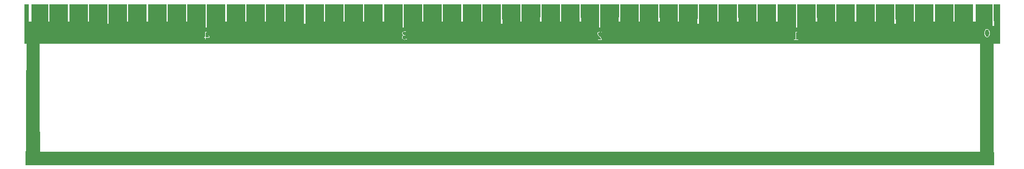
<source format=gbr>
G04 #@! TF.FileFunction,Copper,L2,Bot,Signal*
%FSLAX46Y46*%
G04 Gerber Fmt 4.6, Leading zero omitted, Abs format (unit mm)*
G04 Created by KiCad (PCBNEW 4.0.7-e2-6376~58~ubuntu16.04.1) date Fri Apr  6 20:48:23 2018*
%MOMM*%
%LPD*%
G01*
G04 APERTURE LIST*
%ADD10C,0.100000*%
%ADD11C,0.010000*%
G04 APERTURE END LIST*
D10*
D11*
G36*
X80475667Y14732000D02*
X80475667Y11303000D01*
X80731534Y11303000D01*
X80720017Y13017515D01*
X80708500Y14732029D01*
X81163583Y14732015D01*
X81618667Y14732000D01*
X81618667Y8636000D01*
X80602667Y8636000D01*
X80602667Y105833D01*
X80602876Y-1043039D01*
X80603506Y-2109568D01*
X80604553Y-3093577D01*
X80606019Y-3994892D01*
X80607901Y-4813337D01*
X80610198Y-5548738D01*
X80612911Y-6200920D01*
X80616038Y-6769707D01*
X80619578Y-7254925D01*
X80623531Y-7656399D01*
X80627895Y-7973953D01*
X80632669Y-8207414D01*
X80637853Y-8356605D01*
X80643447Y-8421351D01*
X80645000Y-8424333D01*
X80659551Y-8466003D01*
X80671219Y-8588442D01*
X80679844Y-8787800D01*
X80685265Y-9060222D01*
X80687319Y-9401857D01*
X80687333Y-9435804D01*
X80686749Y-9758142D01*
X80684568Y-10005736D01*
X80680152Y-10188502D01*
X80672859Y-10316356D01*
X80662049Y-10399215D01*
X80647082Y-10446995D01*
X80627319Y-10469614D01*
X80620371Y-10472971D01*
X80560282Y-10479865D01*
X80428406Y-10485147D01*
X80237611Y-10488630D01*
X80000765Y-10490129D01*
X79730736Y-10489458D01*
X79572621Y-10488095D01*
X79497261Y-10487732D01*
X79338610Y-10487360D01*
X79098042Y-10486979D01*
X78776933Y-10486590D01*
X78376657Y-10486193D01*
X77898590Y-10485789D01*
X77344107Y-10485377D01*
X76714583Y-10484959D01*
X76011393Y-10484535D01*
X75235912Y-10484104D01*
X74389515Y-10483668D01*
X73473577Y-10483227D01*
X72489474Y-10482781D01*
X71438580Y-10482331D01*
X70322271Y-10481876D01*
X69141921Y-10481418D01*
X67898906Y-10480957D01*
X66594600Y-10480493D01*
X65230379Y-10480026D01*
X63807619Y-10479558D01*
X62327693Y-10479087D01*
X60791977Y-10478616D01*
X59201846Y-10478143D01*
X57558676Y-10477670D01*
X55863841Y-10477197D01*
X54118716Y-10476724D01*
X52324677Y-10476251D01*
X50483098Y-10475780D01*
X48595355Y-10475310D01*
X46662823Y-10474842D01*
X44686876Y-10474375D01*
X42668891Y-10473912D01*
X40610241Y-10473451D01*
X38512302Y-10472994D01*
X36376450Y-10472540D01*
X34204058Y-10472091D01*
X31996503Y-10471646D01*
X29755160Y-10471206D01*
X27481402Y-10470771D01*
X25176607Y-10470342D01*
X22842148Y-10469918D01*
X20479400Y-10469502D01*
X18089740Y-10469092D01*
X15674541Y-10468689D01*
X13235179Y-10468293D01*
X10773030Y-10467906D01*
X8289467Y-10467527D01*
X5785866Y-10467157D01*
X4116917Y-10466917D01*
X-70358000Y-10456309D01*
X-70358000Y-9443849D01*
X-70356492Y-9160210D01*
X-70352258Y-8906064D01*
X-70345731Y-8693218D01*
X-70337343Y-8533475D01*
X-70327528Y-8438640D01*
X-70320331Y-8417278D01*
X-70316180Y-8373989D01*
X-70311880Y-8249443D01*
X-70307458Y-8047048D01*
X-70302942Y-7770213D01*
X-70298360Y-7422348D01*
X-70293738Y-7006860D01*
X-70289104Y-6527160D01*
X-70284487Y-5986655D01*
X-70279913Y-5388756D01*
X-70275409Y-4736869D01*
X-70271005Y-4034406D01*
X-70266726Y-3284774D01*
X-70262601Y-2491382D01*
X-70258656Y-1657640D01*
X-70254921Y-786956D01*
X-70251424Y116417D01*
X-70220187Y8636000D01*
X-68241333Y8636000D01*
X-68241318Y6424083D01*
X-68241115Y6115190D01*
X-68240527Y5728702D01*
X-68239576Y5271694D01*
X-68238286Y4751237D01*
X-68236681Y4174402D01*
X-68234783Y3548264D01*
X-68232616Y2879893D01*
X-68230204Y2176362D01*
X-68227569Y1444743D01*
X-68224736Y692109D01*
X-68221727Y-74468D01*
X-68218566Y-847917D01*
X-68215276Y-1621164D01*
X-68213143Y-2106083D01*
X-68184983Y-8424333D01*
X78570667Y-8424333D01*
X78570667Y8636000D01*
X-68241333Y8636000D01*
X-70220187Y8636000D01*
X-70527333Y8636000D01*
X-70527333Y9567333D01*
X-42587333Y9567333D01*
X-42557399Y9496581D01*
X-42502667Y9482667D01*
X-42444313Y9466093D01*
X-42420768Y9401389D01*
X-42418000Y9334500D01*
X-42408529Y9232381D01*
X-42371556Y9191177D01*
X-42333333Y9186333D01*
X-42274979Y9202908D01*
X-42251434Y9267611D01*
X-42248667Y9334500D01*
X-42248667Y9482667D01*
X-41931167Y9482667D01*
X-41766082Y9485504D01*
X-41669111Y9496400D01*
X-41623822Y9518936D01*
X-41613667Y9551820D01*
X-41630508Y9598844D01*
X-11718051Y9598844D01*
X-11716289Y9457799D01*
X-11680667Y9349439D01*
X-11585903Y9252827D01*
X-11435086Y9184309D01*
X-11253820Y9149606D01*
X-11067708Y9154437D01*
X-10945923Y9185286D01*
X-10875942Y9228667D01*
X18753667Y9228667D01*
X18759477Y9190132D01*
X18787123Y9165463D01*
X18851931Y9151596D01*
X18969224Y9145466D01*
X19154328Y9144007D01*
X19177000Y9144000D01*
X19369357Y9144997D01*
X19492453Y9150184D01*
X19561691Y9162856D01*
X19592472Y9186306D01*
X19592477Y9186333D01*
X49445333Y9186333D01*
X49451699Y9146107D01*
X49481541Y9121112D01*
X49550973Y9107765D01*
X49676109Y9102487D01*
X49826333Y9101667D01*
X50007351Y9103082D01*
X50119832Y9109713D01*
X50179891Y9125142D01*
X50203644Y9152950D01*
X50207333Y9186333D01*
X50190759Y9244688D01*
X50126055Y9268233D01*
X50059167Y9271000D01*
X49911000Y9271000D01*
X49911000Y10196465D01*
X79166918Y10196465D01*
X79191643Y9968687D01*
X79258452Y9766368D01*
X79355392Y9625426D01*
X79470759Y9548457D01*
X79624339Y9525013D01*
X79629000Y9525000D01*
X79783997Y9547267D01*
X79899891Y9622731D01*
X79902608Y9625426D01*
X80008103Y9783139D01*
X80071786Y9987532D01*
X80093587Y10214626D01*
X80073440Y10440440D01*
X80011275Y10640996D01*
X79907023Y10792312D01*
X79905941Y10793333D01*
X79762439Y10875337D01*
X79594845Y10893795D01*
X79433787Y10849095D01*
X79347030Y10786273D01*
X79244435Y10629887D01*
X79184457Y10425075D01*
X79166918Y10196465D01*
X49911000Y10196465D01*
X49911000Y10288001D01*
X50080333Y10260923D01*
X50191006Y10249467D01*
X50240483Y10265595D01*
X50249667Y10300258D01*
X50240878Y10354370D01*
X50202409Y10389538D01*
X50116108Y10414445D01*
X49963822Y10437771D01*
X49961484Y10438081D01*
X49741667Y10467241D01*
X49741667Y9271000D01*
X49593500Y9271000D01*
X49491380Y9261529D01*
X49450176Y9224556D01*
X49445333Y9186333D01*
X19592477Y9186333D01*
X19600198Y9223829D01*
X19600333Y9234546D01*
X19570129Y9308627D01*
X19485052Y9428037D01*
X19353405Y9581734D01*
X19280313Y9660053D01*
X19136844Y9813455D01*
X19044397Y9923088D01*
X18993113Y10004021D01*
X18973131Y10071322D01*
X18973396Y10129103D01*
X19018049Y10257297D01*
X19102316Y10327895D01*
X19182542Y10364591D01*
X19257897Y10368706D01*
X19364080Y10339773D01*
X19409232Y10323879D01*
X19523998Y10284426D01*
X19580119Y10276698D01*
X19598579Y10303651D01*
X19600333Y10350809D01*
X19579165Y10423278D01*
X19507789Y10468985D01*
X19374399Y10492396D01*
X19211110Y10498089D01*
X19035521Y10471107D01*
X18895547Y10397353D01*
X18810083Y10289251D01*
X18793450Y10223500D01*
X18790540Y10104438D01*
X18811251Y10003192D01*
X18865465Y9900520D01*
X18963060Y9777182D01*
X19097715Y9630961D01*
X19399430Y9313333D01*
X19076548Y9313333D01*
X18912568Y9311397D01*
X18815811Y9302545D01*
X18768867Y9282210D01*
X18754324Y9245829D01*
X18753667Y9228667D01*
X-10875942Y9228667D01*
X-10865919Y9234880D01*
X-10837333Y9285467D01*
X-10854865Y9316340D01*
X-10917747Y9330171D01*
X-11041417Y9328969D01*
X-11129174Y9323481D01*
X-11284465Y9314461D01*
X-11378901Y9318957D01*
X-11435940Y9342762D01*
X-11479043Y9391669D01*
X-11493674Y9413492D01*
X-11542869Y9548189D01*
X-11517264Y9668937D01*
X-11426725Y9762255D01*
X-11281117Y9814665D01*
X-11195175Y9821333D01*
X-11111549Y9843771D01*
X-11091333Y9884833D01*
X-11128736Y9935527D01*
X-11208914Y9948333D01*
X-11351170Y9977610D01*
X-11460242Y10053616D01*
X-11512934Y10158620D01*
X-11514667Y10182078D01*
X-11478831Y10288080D01*
X-11371596Y10349053D01*
X-11193375Y10364819D01*
X-11102990Y10358500D01*
X-10971228Y10348235D01*
X-10904902Y10355245D01*
X-10885846Y10383431D01*
X-10887971Y10404690D01*
X-10939973Y10472498D01*
X-11049417Y10514162D01*
X-11193141Y10529457D01*
X-11347984Y10518159D01*
X-11490785Y10480041D01*
X-11598384Y10414878D01*
X-11601695Y10411639D01*
X-11674217Y10285360D01*
X-11681052Y10139337D01*
X-11624179Y10004717D01*
X-11572458Y9951406D01*
X-11506809Y9890044D01*
X-11513778Y9864798D01*
X-11527724Y9863667D01*
X-11616527Y9826126D01*
X-11682383Y9729736D01*
X-11718051Y9598844D01*
X-41630508Y9598844D01*
X-41635497Y9612773D01*
X-41694974Y9727986D01*
X-41783075Y9881076D01*
X-41890778Y10055661D01*
X-41893428Y10059820D01*
X-42013916Y10245765D01*
X-42101669Y10370816D01*
X-42167451Y10446719D01*
X-42222024Y10485218D01*
X-42276153Y10498058D01*
X-42295594Y10498667D01*
X-42418000Y10498667D01*
X-42418000Y10075333D01*
X-42419162Y9882659D01*
X-42424692Y9759316D01*
X-42437653Y9689980D01*
X-42461112Y9659328D01*
X-42498132Y9652035D01*
X-42502667Y9652000D01*
X-42573419Y9622066D01*
X-42587333Y9567333D01*
X-70527333Y9567333D01*
X-70527333Y14732000D01*
X-69934667Y14732000D01*
X-69934667Y11980333D01*
X-69426667Y11980333D01*
X-69426667Y14732000D01*
X-66844333Y14732000D01*
X-66844333Y11980333D01*
X-66590333Y11980333D01*
X-66590333Y14732000D01*
X-63796333Y14732000D01*
X-63796333Y11980333D01*
X-63500000Y11980333D01*
X-63500000Y14732000D01*
X-60706000Y14732000D01*
X-60706000Y11980333D01*
X-60452000Y11980333D01*
X-60452000Y14732000D01*
X-57658000Y14732000D01*
X-57658000Y11641667D01*
X-57361667Y11641667D01*
X-57361667Y14732000D01*
X-54567667Y14732000D01*
X-54567667Y11980333D01*
X-54313667Y11980333D01*
X-54313667Y14732000D01*
X-51519667Y14732000D01*
X-51519667Y11980333D01*
X-51223333Y11980333D01*
X-51223333Y14732000D01*
X-48429333Y14732000D01*
X-48429333Y11980333D01*
X-48175333Y11980333D01*
X-48175333Y14732000D01*
X-45381333Y14732000D01*
X-45381333Y11980333D01*
X-45085000Y11980333D01*
X-45085000Y14732000D01*
X-42291000Y14732000D01*
X-42291000Y11091333D01*
X-42037000Y11091333D01*
X-42037000Y14732000D01*
X-39243000Y14732000D01*
X-39243000Y11980333D01*
X-38946667Y11980333D01*
X-38946667Y14732000D01*
X-36152667Y14732000D01*
X-36152667Y11980333D01*
X-35898667Y11980333D01*
X-35898667Y14732000D01*
X-33104667Y14732000D01*
X-33104667Y11980333D01*
X-32808333Y11980333D01*
X-32808333Y14732000D01*
X-30014333Y14732000D01*
X-30014333Y11980333D01*
X-29760333Y11980333D01*
X-29760333Y14732000D01*
X-26966333Y14732000D01*
X-26966333Y11641667D01*
X-26670000Y11641667D01*
X-26670000Y14732000D01*
X-23876000Y14732000D01*
X-23876000Y11980333D01*
X-23622000Y11980333D01*
X-23622000Y14732000D01*
X-20828000Y14732000D01*
X-20828000Y11980333D01*
X-20531667Y11980333D01*
X-20531667Y14732000D01*
X-17737667Y14732000D01*
X-17737667Y11980333D01*
X-17483667Y11980333D01*
X-17483667Y14732000D01*
X-14689667Y14732000D01*
X-14689667Y11980333D01*
X-14393333Y11980333D01*
X-14393333Y14732000D01*
X-11599333Y14732000D01*
X-11599333Y11091333D01*
X-11345333Y11091333D01*
X-11345333Y14732000D01*
X-8551333Y14732000D01*
X-8551333Y11980333D01*
X-8255000Y11980333D01*
X-8255000Y14732000D01*
X-5461000Y14732000D01*
X-5461000Y11980333D01*
X-5207000Y11980333D01*
X-5207000Y14732000D01*
X-2413000Y14732000D01*
X-2413000Y11980333D01*
X-2116667Y11980333D01*
X-2116667Y14732000D01*
X677333Y14732000D01*
X677333Y11980333D01*
X931333Y11980333D01*
X931333Y14732000D01*
X2338917Y14732017D01*
X3746500Y14732035D01*
X3734892Y13186851D01*
X3723285Y11641667D01*
X4023715Y11641667D01*
X4012107Y13186851D01*
X4000500Y14732035D01*
X5408083Y14732017D01*
X6815667Y14732000D01*
X6815667Y11980333D01*
X7069667Y11980333D01*
X7069667Y14732000D01*
X9884833Y14732042D01*
X9873116Y13356188D01*
X9861399Y11980333D01*
X10162267Y11980333D01*
X10150550Y13356188D01*
X10138833Y14732042D01*
X11546417Y14732021D01*
X12954000Y14732000D01*
X12954000Y11980333D01*
X13208000Y11980333D01*
X13208000Y14732000D01*
X14615583Y14732021D01*
X16023167Y14732042D01*
X16011450Y13356188D01*
X15999733Y11980333D01*
X16300600Y11980333D01*
X16288883Y13356188D01*
X16277167Y14732042D01*
X19092333Y14732000D01*
X19092333Y11091333D01*
X19346333Y11091333D01*
X19346333Y14732000D01*
X20753917Y14732021D01*
X22161500Y14732042D01*
X22149783Y13356188D01*
X22138066Y11980333D01*
X22438934Y11980333D01*
X22427217Y13356188D01*
X22415500Y14732042D01*
X23823083Y14732021D01*
X25230667Y14732000D01*
X25230667Y11980333D01*
X25484667Y11980333D01*
X25484667Y14732000D01*
X28299833Y14732042D01*
X28288116Y13356188D01*
X28276399Y11980333D01*
X28577267Y11980333D01*
X28565550Y13356188D01*
X28553833Y14732042D01*
X29961417Y14732021D01*
X31369000Y14732000D01*
X31369000Y11980333D01*
X31623000Y11980333D01*
X31623000Y14732000D01*
X33030583Y14732017D01*
X34438167Y14732035D01*
X34426559Y13186851D01*
X34414952Y11641667D01*
X34715381Y11641667D01*
X34692167Y14732035D01*
X36099750Y14732017D01*
X37507333Y14732000D01*
X37507333Y11980333D01*
X37761333Y11980333D01*
X37761333Y14732000D01*
X40555333Y14732000D01*
X40555333Y11980333D01*
X40853934Y11980333D01*
X40842217Y13356188D01*
X40830500Y14732042D01*
X42238083Y14732021D01*
X43645667Y14732000D01*
X43645667Y11980333D01*
X43899667Y11980333D01*
X43899667Y14732000D01*
X46693667Y14732000D01*
X46693667Y11980333D01*
X46992267Y11980333D01*
X46980550Y13356188D01*
X46968833Y14732042D01*
X48376417Y14732021D01*
X49784000Y14732000D01*
X49784000Y11091333D01*
X50038000Y11091333D01*
X50038000Y14732000D01*
X52832000Y14732000D01*
X52832000Y11980333D01*
X53130600Y11980333D01*
X53118883Y13356188D01*
X53107167Y14732042D01*
X55922333Y14732000D01*
X55922333Y11980333D01*
X56176333Y11980333D01*
X56176333Y14732000D01*
X58970333Y14732000D01*
X58970333Y11980333D01*
X59268934Y11980333D01*
X59257217Y13356188D01*
X59245500Y14732042D01*
X60653083Y14732021D01*
X62060667Y14732000D01*
X62060667Y11980333D01*
X62314667Y11980333D01*
X62314667Y14732000D01*
X65108667Y14732000D01*
X65108667Y11641667D01*
X65407048Y11641667D01*
X65395441Y13186851D01*
X65383833Y14732035D01*
X66791417Y14732017D01*
X68199000Y14732000D01*
X68199000Y11980333D01*
X68453000Y11980333D01*
X68453000Y14732000D01*
X71247000Y14732000D01*
X71247000Y11980333D01*
X71545600Y11980333D01*
X71533883Y13356188D01*
X71522167Y14732042D01*
X74337333Y14732000D01*
X74337333Y11980333D01*
X74591333Y11980333D01*
X74591333Y14732000D01*
X77385333Y14732000D01*
X77385333Y11980333D01*
X77895600Y11980333D01*
X77883883Y13356188D01*
X77872167Y14732042D01*
X80475667Y14732000D01*
X80475667Y14732000D01*
G37*
X80475667Y14732000D02*
X80475667Y11303000D01*
X80731534Y11303000D01*
X80720017Y13017515D01*
X80708500Y14732029D01*
X81163583Y14732015D01*
X81618667Y14732000D01*
X81618667Y8636000D01*
X80602667Y8636000D01*
X80602667Y105833D01*
X80602876Y-1043039D01*
X80603506Y-2109568D01*
X80604553Y-3093577D01*
X80606019Y-3994892D01*
X80607901Y-4813337D01*
X80610198Y-5548738D01*
X80612911Y-6200920D01*
X80616038Y-6769707D01*
X80619578Y-7254925D01*
X80623531Y-7656399D01*
X80627895Y-7973953D01*
X80632669Y-8207414D01*
X80637853Y-8356605D01*
X80643447Y-8421351D01*
X80645000Y-8424333D01*
X80659551Y-8466003D01*
X80671219Y-8588442D01*
X80679844Y-8787800D01*
X80685265Y-9060222D01*
X80687319Y-9401857D01*
X80687333Y-9435804D01*
X80686749Y-9758142D01*
X80684568Y-10005736D01*
X80680152Y-10188502D01*
X80672859Y-10316356D01*
X80662049Y-10399215D01*
X80647082Y-10446995D01*
X80627319Y-10469614D01*
X80620371Y-10472971D01*
X80560282Y-10479865D01*
X80428406Y-10485147D01*
X80237611Y-10488630D01*
X80000765Y-10490129D01*
X79730736Y-10489458D01*
X79572621Y-10488095D01*
X79497261Y-10487732D01*
X79338610Y-10487360D01*
X79098042Y-10486979D01*
X78776933Y-10486590D01*
X78376657Y-10486193D01*
X77898590Y-10485789D01*
X77344107Y-10485377D01*
X76714583Y-10484959D01*
X76011393Y-10484535D01*
X75235912Y-10484104D01*
X74389515Y-10483668D01*
X73473577Y-10483227D01*
X72489474Y-10482781D01*
X71438580Y-10482331D01*
X70322271Y-10481876D01*
X69141921Y-10481418D01*
X67898906Y-10480957D01*
X66594600Y-10480493D01*
X65230379Y-10480026D01*
X63807619Y-10479558D01*
X62327693Y-10479087D01*
X60791977Y-10478616D01*
X59201846Y-10478143D01*
X57558676Y-10477670D01*
X55863841Y-10477197D01*
X54118716Y-10476724D01*
X52324677Y-10476251D01*
X50483098Y-10475780D01*
X48595355Y-10475310D01*
X46662823Y-10474842D01*
X44686876Y-10474375D01*
X42668891Y-10473912D01*
X40610241Y-10473451D01*
X38512302Y-10472994D01*
X36376450Y-10472540D01*
X34204058Y-10472091D01*
X31996503Y-10471646D01*
X29755160Y-10471206D01*
X27481402Y-10470771D01*
X25176607Y-10470342D01*
X22842148Y-10469918D01*
X20479400Y-10469502D01*
X18089740Y-10469092D01*
X15674541Y-10468689D01*
X13235179Y-10468293D01*
X10773030Y-10467906D01*
X8289467Y-10467527D01*
X5785866Y-10467157D01*
X4116917Y-10466917D01*
X-70358000Y-10456309D01*
X-70358000Y-9443849D01*
X-70356492Y-9160210D01*
X-70352258Y-8906064D01*
X-70345731Y-8693218D01*
X-70337343Y-8533475D01*
X-70327528Y-8438640D01*
X-70320331Y-8417278D01*
X-70316180Y-8373989D01*
X-70311880Y-8249443D01*
X-70307458Y-8047048D01*
X-70302942Y-7770213D01*
X-70298360Y-7422348D01*
X-70293738Y-7006860D01*
X-70289104Y-6527160D01*
X-70284487Y-5986655D01*
X-70279913Y-5388756D01*
X-70275409Y-4736869D01*
X-70271005Y-4034406D01*
X-70266726Y-3284774D01*
X-70262601Y-2491382D01*
X-70258656Y-1657640D01*
X-70254921Y-786956D01*
X-70251424Y116417D01*
X-70220187Y8636000D01*
X-68241333Y8636000D01*
X-68241318Y6424083D01*
X-68241115Y6115190D01*
X-68240527Y5728702D01*
X-68239576Y5271694D01*
X-68238286Y4751237D01*
X-68236681Y4174402D01*
X-68234783Y3548264D01*
X-68232616Y2879893D01*
X-68230204Y2176362D01*
X-68227569Y1444743D01*
X-68224736Y692109D01*
X-68221727Y-74468D01*
X-68218566Y-847917D01*
X-68215276Y-1621164D01*
X-68213143Y-2106083D01*
X-68184983Y-8424333D01*
X78570667Y-8424333D01*
X78570667Y8636000D01*
X-68241333Y8636000D01*
X-70220187Y8636000D01*
X-70527333Y8636000D01*
X-70527333Y9567333D01*
X-42587333Y9567333D01*
X-42557399Y9496581D01*
X-42502667Y9482667D01*
X-42444313Y9466093D01*
X-42420768Y9401389D01*
X-42418000Y9334500D01*
X-42408529Y9232381D01*
X-42371556Y9191177D01*
X-42333333Y9186333D01*
X-42274979Y9202908D01*
X-42251434Y9267611D01*
X-42248667Y9334500D01*
X-42248667Y9482667D01*
X-41931167Y9482667D01*
X-41766082Y9485504D01*
X-41669111Y9496400D01*
X-41623822Y9518936D01*
X-41613667Y9551820D01*
X-41630508Y9598844D01*
X-11718051Y9598844D01*
X-11716289Y9457799D01*
X-11680667Y9349439D01*
X-11585903Y9252827D01*
X-11435086Y9184309D01*
X-11253820Y9149606D01*
X-11067708Y9154437D01*
X-10945923Y9185286D01*
X-10875942Y9228667D01*
X18753667Y9228667D01*
X18759477Y9190132D01*
X18787123Y9165463D01*
X18851931Y9151596D01*
X18969224Y9145466D01*
X19154328Y9144007D01*
X19177000Y9144000D01*
X19369357Y9144997D01*
X19492453Y9150184D01*
X19561691Y9162856D01*
X19592472Y9186306D01*
X19592477Y9186333D01*
X49445333Y9186333D01*
X49451699Y9146107D01*
X49481541Y9121112D01*
X49550973Y9107765D01*
X49676109Y9102487D01*
X49826333Y9101667D01*
X50007351Y9103082D01*
X50119832Y9109713D01*
X50179891Y9125142D01*
X50203644Y9152950D01*
X50207333Y9186333D01*
X50190759Y9244688D01*
X50126055Y9268233D01*
X50059167Y9271000D01*
X49911000Y9271000D01*
X49911000Y10196465D01*
X79166918Y10196465D01*
X79191643Y9968687D01*
X79258452Y9766368D01*
X79355392Y9625426D01*
X79470759Y9548457D01*
X79624339Y9525013D01*
X79629000Y9525000D01*
X79783997Y9547267D01*
X79899891Y9622731D01*
X79902608Y9625426D01*
X80008103Y9783139D01*
X80071786Y9987532D01*
X80093587Y10214626D01*
X80073440Y10440440D01*
X80011275Y10640996D01*
X79907023Y10792312D01*
X79905941Y10793333D01*
X79762439Y10875337D01*
X79594845Y10893795D01*
X79433787Y10849095D01*
X79347030Y10786273D01*
X79244435Y10629887D01*
X79184457Y10425075D01*
X79166918Y10196465D01*
X49911000Y10196465D01*
X49911000Y10288001D01*
X50080333Y10260923D01*
X50191006Y10249467D01*
X50240483Y10265595D01*
X50249667Y10300258D01*
X50240878Y10354370D01*
X50202409Y10389538D01*
X50116108Y10414445D01*
X49963822Y10437771D01*
X49961484Y10438081D01*
X49741667Y10467241D01*
X49741667Y9271000D01*
X49593500Y9271000D01*
X49491380Y9261529D01*
X49450176Y9224556D01*
X49445333Y9186333D01*
X19592477Y9186333D01*
X19600198Y9223829D01*
X19600333Y9234546D01*
X19570129Y9308627D01*
X19485052Y9428037D01*
X19353405Y9581734D01*
X19280313Y9660053D01*
X19136844Y9813455D01*
X19044397Y9923088D01*
X18993113Y10004021D01*
X18973131Y10071322D01*
X18973396Y10129103D01*
X19018049Y10257297D01*
X19102316Y10327895D01*
X19182542Y10364591D01*
X19257897Y10368706D01*
X19364080Y10339773D01*
X19409232Y10323879D01*
X19523998Y10284426D01*
X19580119Y10276698D01*
X19598579Y10303651D01*
X19600333Y10350809D01*
X19579165Y10423278D01*
X19507789Y10468985D01*
X19374399Y10492396D01*
X19211110Y10498089D01*
X19035521Y10471107D01*
X18895547Y10397353D01*
X18810083Y10289251D01*
X18793450Y10223500D01*
X18790540Y10104438D01*
X18811251Y10003192D01*
X18865465Y9900520D01*
X18963060Y9777182D01*
X19097715Y9630961D01*
X19399430Y9313333D01*
X19076548Y9313333D01*
X18912568Y9311397D01*
X18815811Y9302545D01*
X18768867Y9282210D01*
X18754324Y9245829D01*
X18753667Y9228667D01*
X-10875942Y9228667D01*
X-10865919Y9234880D01*
X-10837333Y9285467D01*
X-10854865Y9316340D01*
X-10917747Y9330171D01*
X-11041417Y9328969D01*
X-11129174Y9323481D01*
X-11284465Y9314461D01*
X-11378901Y9318957D01*
X-11435940Y9342762D01*
X-11479043Y9391669D01*
X-11493674Y9413492D01*
X-11542869Y9548189D01*
X-11517264Y9668937D01*
X-11426725Y9762255D01*
X-11281117Y9814665D01*
X-11195175Y9821333D01*
X-11111549Y9843771D01*
X-11091333Y9884833D01*
X-11128736Y9935527D01*
X-11208914Y9948333D01*
X-11351170Y9977610D01*
X-11460242Y10053616D01*
X-11512934Y10158620D01*
X-11514667Y10182078D01*
X-11478831Y10288080D01*
X-11371596Y10349053D01*
X-11193375Y10364819D01*
X-11102990Y10358500D01*
X-10971228Y10348235D01*
X-10904902Y10355245D01*
X-10885846Y10383431D01*
X-10887971Y10404690D01*
X-10939973Y10472498D01*
X-11049417Y10514162D01*
X-11193141Y10529457D01*
X-11347984Y10518159D01*
X-11490785Y10480041D01*
X-11598384Y10414878D01*
X-11601695Y10411639D01*
X-11674217Y10285360D01*
X-11681052Y10139337D01*
X-11624179Y10004717D01*
X-11572458Y9951406D01*
X-11506809Y9890044D01*
X-11513778Y9864798D01*
X-11527724Y9863667D01*
X-11616527Y9826126D01*
X-11682383Y9729736D01*
X-11718051Y9598844D01*
X-41630508Y9598844D01*
X-41635497Y9612773D01*
X-41694974Y9727986D01*
X-41783075Y9881076D01*
X-41890778Y10055661D01*
X-41893428Y10059820D01*
X-42013916Y10245765D01*
X-42101669Y10370816D01*
X-42167451Y10446719D01*
X-42222024Y10485218D01*
X-42276153Y10498058D01*
X-42295594Y10498667D01*
X-42418000Y10498667D01*
X-42418000Y10075333D01*
X-42419162Y9882659D01*
X-42424692Y9759316D01*
X-42437653Y9689980D01*
X-42461112Y9659328D01*
X-42498132Y9652035D01*
X-42502667Y9652000D01*
X-42573419Y9622066D01*
X-42587333Y9567333D01*
X-70527333Y9567333D01*
X-70527333Y14732000D01*
X-69934667Y14732000D01*
X-69934667Y11980333D01*
X-69426667Y11980333D01*
X-69426667Y14732000D01*
X-66844333Y14732000D01*
X-66844333Y11980333D01*
X-66590333Y11980333D01*
X-66590333Y14732000D01*
X-63796333Y14732000D01*
X-63796333Y11980333D01*
X-63500000Y11980333D01*
X-63500000Y14732000D01*
X-60706000Y14732000D01*
X-60706000Y11980333D01*
X-60452000Y11980333D01*
X-60452000Y14732000D01*
X-57658000Y14732000D01*
X-57658000Y11641667D01*
X-57361667Y11641667D01*
X-57361667Y14732000D01*
X-54567667Y14732000D01*
X-54567667Y11980333D01*
X-54313667Y11980333D01*
X-54313667Y14732000D01*
X-51519667Y14732000D01*
X-51519667Y11980333D01*
X-51223333Y11980333D01*
X-51223333Y14732000D01*
X-48429333Y14732000D01*
X-48429333Y11980333D01*
X-48175333Y11980333D01*
X-48175333Y14732000D01*
X-45381333Y14732000D01*
X-45381333Y11980333D01*
X-45085000Y11980333D01*
X-45085000Y14732000D01*
X-42291000Y14732000D01*
X-42291000Y11091333D01*
X-42037000Y11091333D01*
X-42037000Y14732000D01*
X-39243000Y14732000D01*
X-39243000Y11980333D01*
X-38946667Y11980333D01*
X-38946667Y14732000D01*
X-36152667Y14732000D01*
X-36152667Y11980333D01*
X-35898667Y11980333D01*
X-35898667Y14732000D01*
X-33104667Y14732000D01*
X-33104667Y11980333D01*
X-32808333Y11980333D01*
X-32808333Y14732000D01*
X-30014333Y14732000D01*
X-30014333Y11980333D01*
X-29760333Y11980333D01*
X-29760333Y14732000D01*
X-26966333Y14732000D01*
X-26966333Y11641667D01*
X-26670000Y11641667D01*
X-26670000Y14732000D01*
X-23876000Y14732000D01*
X-23876000Y11980333D01*
X-23622000Y11980333D01*
X-23622000Y14732000D01*
X-20828000Y14732000D01*
X-20828000Y11980333D01*
X-20531667Y11980333D01*
X-20531667Y14732000D01*
X-17737667Y14732000D01*
X-17737667Y11980333D01*
X-17483667Y11980333D01*
X-17483667Y14732000D01*
X-14689667Y14732000D01*
X-14689667Y11980333D01*
X-14393333Y11980333D01*
X-14393333Y14732000D01*
X-11599333Y14732000D01*
X-11599333Y11091333D01*
X-11345333Y11091333D01*
X-11345333Y14732000D01*
X-8551333Y14732000D01*
X-8551333Y11980333D01*
X-8255000Y11980333D01*
X-8255000Y14732000D01*
X-5461000Y14732000D01*
X-5461000Y11980333D01*
X-5207000Y11980333D01*
X-5207000Y14732000D01*
X-2413000Y14732000D01*
X-2413000Y11980333D01*
X-2116667Y11980333D01*
X-2116667Y14732000D01*
X677333Y14732000D01*
X677333Y11980333D01*
X931333Y11980333D01*
X931333Y14732000D01*
X2338917Y14732017D01*
X3746500Y14732035D01*
X3734892Y13186851D01*
X3723285Y11641667D01*
X4023715Y11641667D01*
X4012107Y13186851D01*
X4000500Y14732035D01*
X5408083Y14732017D01*
X6815667Y14732000D01*
X6815667Y11980333D01*
X7069667Y11980333D01*
X7069667Y14732000D01*
X9884833Y14732042D01*
X9873116Y13356188D01*
X9861399Y11980333D01*
X10162267Y11980333D01*
X10150550Y13356188D01*
X10138833Y14732042D01*
X11546417Y14732021D01*
X12954000Y14732000D01*
X12954000Y11980333D01*
X13208000Y11980333D01*
X13208000Y14732000D01*
X14615583Y14732021D01*
X16023167Y14732042D01*
X16011450Y13356188D01*
X15999733Y11980333D01*
X16300600Y11980333D01*
X16288883Y13356188D01*
X16277167Y14732042D01*
X19092333Y14732000D01*
X19092333Y11091333D01*
X19346333Y11091333D01*
X19346333Y14732000D01*
X20753917Y14732021D01*
X22161500Y14732042D01*
X22149783Y13356188D01*
X22138066Y11980333D01*
X22438934Y11980333D01*
X22427217Y13356188D01*
X22415500Y14732042D01*
X23823083Y14732021D01*
X25230667Y14732000D01*
X25230667Y11980333D01*
X25484667Y11980333D01*
X25484667Y14732000D01*
X28299833Y14732042D01*
X28288116Y13356188D01*
X28276399Y11980333D01*
X28577267Y11980333D01*
X28565550Y13356188D01*
X28553833Y14732042D01*
X29961417Y14732021D01*
X31369000Y14732000D01*
X31369000Y11980333D01*
X31623000Y11980333D01*
X31623000Y14732000D01*
X33030583Y14732017D01*
X34438167Y14732035D01*
X34426559Y13186851D01*
X34414952Y11641667D01*
X34715381Y11641667D01*
X34692167Y14732035D01*
X36099750Y14732017D01*
X37507333Y14732000D01*
X37507333Y11980333D01*
X37761333Y11980333D01*
X37761333Y14732000D01*
X40555333Y14732000D01*
X40555333Y11980333D01*
X40853934Y11980333D01*
X40842217Y13356188D01*
X40830500Y14732042D01*
X42238083Y14732021D01*
X43645667Y14732000D01*
X43645667Y11980333D01*
X43899667Y11980333D01*
X43899667Y14732000D01*
X46693667Y14732000D01*
X46693667Y11980333D01*
X46992267Y11980333D01*
X46980550Y13356188D01*
X46968833Y14732042D01*
X48376417Y14732021D01*
X49784000Y14732000D01*
X49784000Y11091333D01*
X50038000Y11091333D01*
X50038000Y14732000D01*
X52832000Y14732000D01*
X52832000Y11980333D01*
X53130600Y11980333D01*
X53118883Y13356188D01*
X53107167Y14732042D01*
X55922333Y14732000D01*
X55922333Y11980333D01*
X56176333Y11980333D01*
X56176333Y14732000D01*
X58970333Y14732000D01*
X58970333Y11980333D01*
X59268934Y11980333D01*
X59257217Y13356188D01*
X59245500Y14732042D01*
X60653083Y14732021D01*
X62060667Y14732000D01*
X62060667Y11980333D01*
X62314667Y11980333D01*
X62314667Y14732000D01*
X65108667Y14732000D01*
X65108667Y11641667D01*
X65407048Y11641667D01*
X65395441Y13186851D01*
X65383833Y14732035D01*
X66791417Y14732017D01*
X68199000Y14732000D01*
X68199000Y11980333D01*
X68453000Y11980333D01*
X68453000Y14732000D01*
X71247000Y14732000D01*
X71247000Y11980333D01*
X71545600Y11980333D01*
X71533883Y13356188D01*
X71522167Y14732042D01*
X74337333Y14732000D01*
X74337333Y11980333D01*
X74591333Y11980333D01*
X74591333Y14732000D01*
X77385333Y14732000D01*
X77385333Y11980333D01*
X77895600Y11980333D01*
X77883883Y13356188D01*
X77872167Y14732042D01*
X80475667Y14732000D01*
G36*
X-42212417Y10306050D02*
X-42174166Y10253656D01*
X-42103738Y10148991D01*
X-42014077Y10011426D01*
X-41980438Y9958917D01*
X-41784708Y9652000D01*
X-42248667Y9652000D01*
X-42248667Y9999133D01*
X-42244695Y10156063D01*
X-42233992Y10264231D01*
X-42218374Y10308257D01*
X-42212417Y10306050D01*
X-42212417Y10306050D01*
G37*
X-42212417Y10306050D02*
X-42174166Y10253656D01*
X-42103738Y10148991D01*
X-42014077Y10011426D01*
X-41980438Y9958917D01*
X-41784708Y9652000D01*
X-42248667Y9652000D01*
X-42248667Y9999133D01*
X-42244695Y10156063D01*
X-42233992Y10264231D01*
X-42218374Y10308257D01*
X-42212417Y10306050D01*
G36*
X79769068Y10704122D02*
X79827931Y10639907D01*
X79879362Y10507043D01*
X79904375Y10326764D01*
X79903472Y10129812D01*
X79877155Y9946930D01*
X79825925Y9808861D01*
X79814077Y9791113D01*
X79704750Y9686603D01*
X79596475Y9665391D01*
X79492926Y9727860D01*
X79469433Y9755033D01*
X79390654Y9912203D01*
X79350460Y10114893D01*
X79349697Y10332833D01*
X79389210Y10535755D01*
X79444227Y10657417D01*
X79537089Y10738146D01*
X79654510Y10753297D01*
X79769068Y10704122D01*
X79769068Y10704122D01*
G37*
X79769068Y10704122D02*
X79827931Y10639907D01*
X79879362Y10507043D01*
X79904375Y10326764D01*
X79903472Y10129812D01*
X79877155Y9946930D01*
X79825925Y9808861D01*
X79814077Y9791113D01*
X79704750Y9686603D01*
X79596475Y9665391D01*
X79492926Y9727860D01*
X79469433Y9755033D01*
X79390654Y9912203D01*
X79350460Y10114893D01*
X79349697Y10332833D01*
X79389210Y10535755D01*
X79444227Y10657417D01*
X79537089Y10738146D01*
X79654510Y10753297D01*
X79769068Y10704122D01*
M02*

</source>
